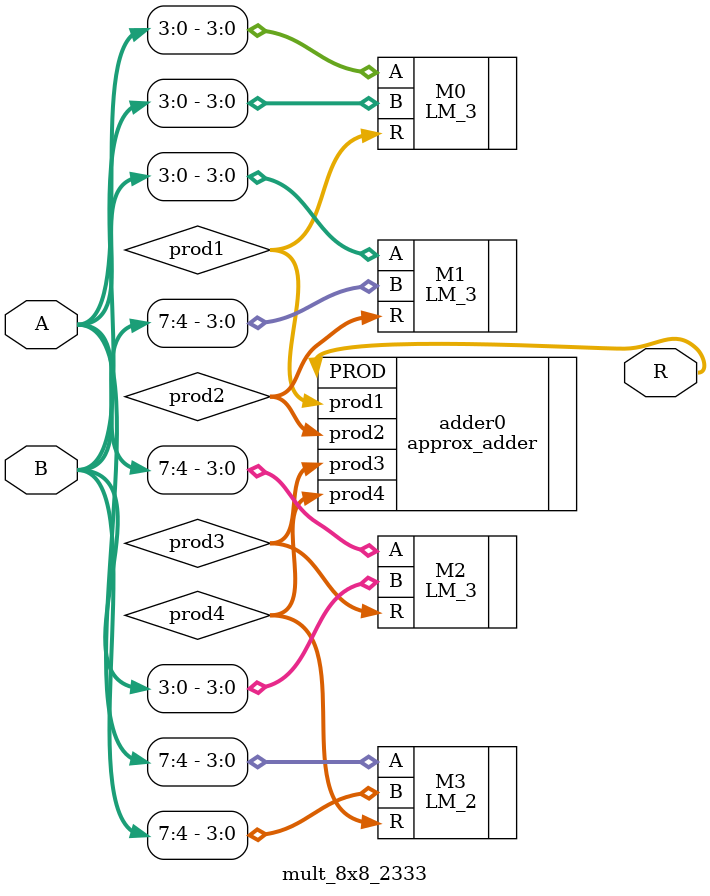
<source format=v>
module mult_8x8_2333(
input [7:0] A,
input [7:0] B,
output [15:0]R
);
wire [7:0]prod1;
wire [7:0]prod2;
wire [7:0]prod3;
wire [7:0]prod4;

LM_3 M0(.A(A[3:0]),.B(B[3:0]),.R(prod1));
LM_3 M1(.A(A[3:0]),.B(B[7:4]),.R(prod2));
LM_3 M2(.A(A[7:4]),.B(B[3:0]),.R(prod3));
LM_2 M3(.A(A[7:4]),.B(B[7:4]),.R(prod4));
approx_adder adder0(.prod1(prod1),.prod2(prod2),.prod3(prod3),.prod4(prod4),.PROD(R));
endmodule

</source>
